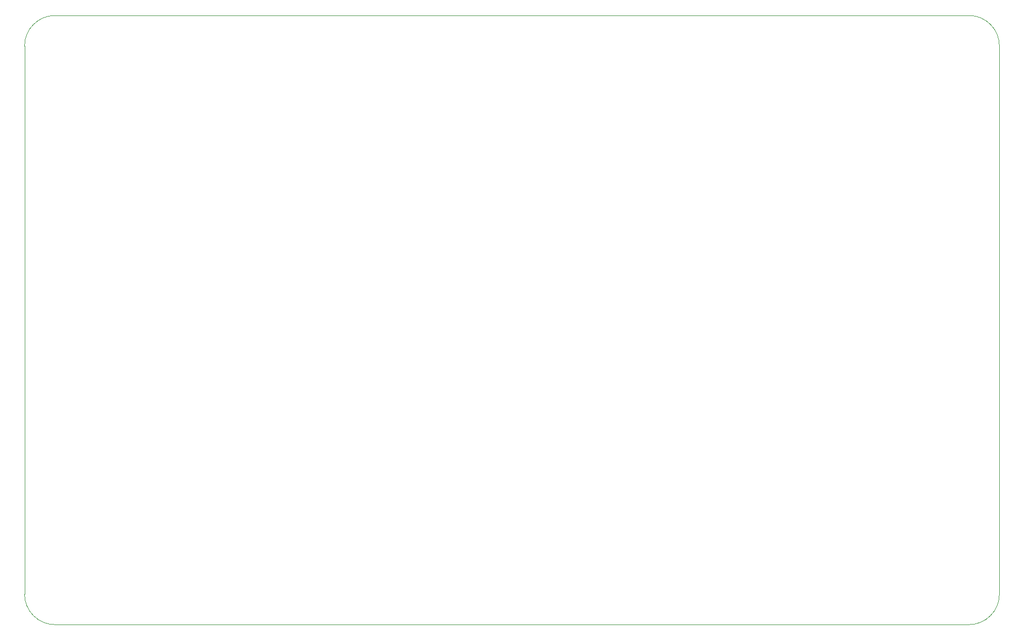
<source format=gbr>
G04 #@! TF.GenerationSoftware,KiCad,Pcbnew,(5.1.5)-3*
G04 #@! TF.CreationDate,2020-07-01T12:57:24+02:00*
G04 #@! TF.ProjectId,GarageDoorControl,47617261-6765-4446-9f6f-72436f6e7472,rev?*
G04 #@! TF.SameCoordinates,Original*
G04 #@! TF.FileFunction,Profile,NP*
%FSLAX46Y46*%
G04 Gerber Fmt 4.6, Leading zero omitted, Abs format (unit mm)*
G04 Created by KiCad (PCBNEW (5.1.5)-3) date 2020-07-01 12:57:24*
%MOMM*%
%LPD*%
G04 APERTURE LIST*
%ADD10C,0.050000*%
G04 APERTURE END LIST*
D10*
X245000000Y-50000000D02*
G75*
G02X250000000Y-55000000I0J-5000000D01*
G01*
X250000000Y-145000000D02*
G75*
G02X245000000Y-150000000I-5000000J0D01*
G01*
X95000000Y-150000000D02*
G75*
G02X90000000Y-145000000I0J5000000D01*
G01*
X90000000Y-55000000D02*
G75*
G02X95000000Y-50000000I5000000J0D01*
G01*
X95000000Y-50000000D02*
X245000000Y-50000000D01*
X90000000Y-145000000D02*
X90000000Y-55000000D01*
X250000000Y-145000000D02*
X250000000Y-55000000D01*
X95000000Y-150000000D02*
X245000000Y-150000000D01*
M02*

</source>
